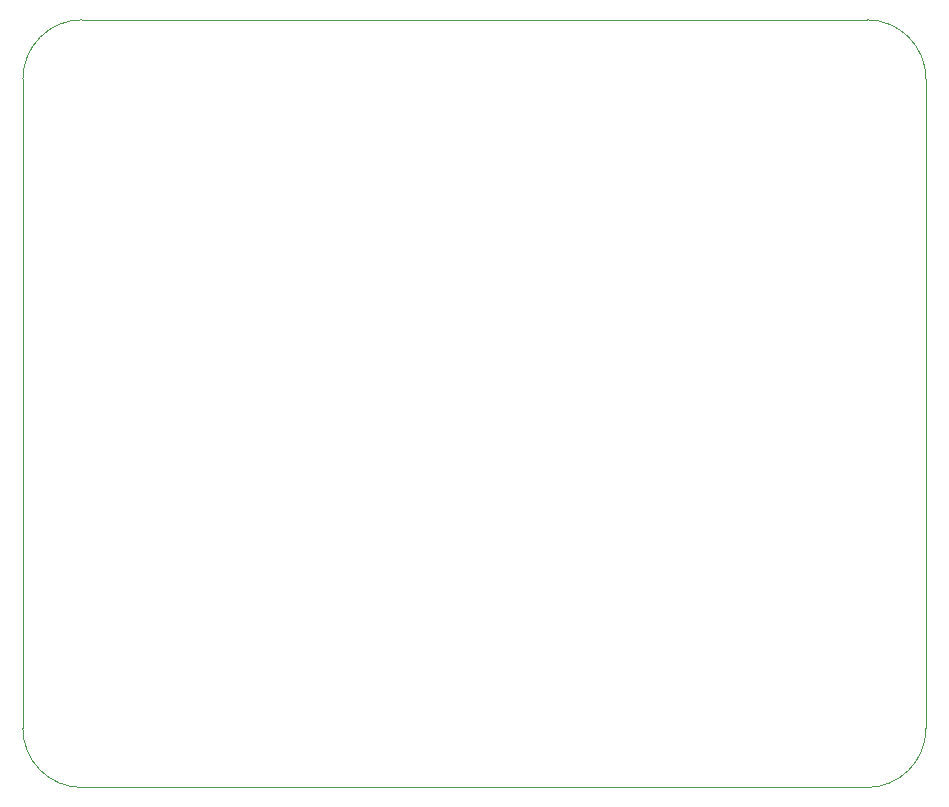
<source format=gm1>
G04 #@! TF.GenerationSoftware,KiCad,Pcbnew,8.0.8*
G04 #@! TF.CreationDate,2025-02-11T18:02:45+01:00*
G04 #@! TF.ProjectId,PCB,5043422e-6b69-4636-9164-5f7063625858,rev?*
G04 #@! TF.SameCoordinates,Original*
G04 #@! TF.FileFunction,Profile,NP*
%FSLAX46Y46*%
G04 Gerber Fmt 4.6, Leading zero omitted, Abs format (unit mm)*
G04 Created by KiCad (PCBNEW 8.0.8) date 2025-02-11 18:02:45*
%MOMM*%
%LPD*%
G01*
G04 APERTURE LIST*
G04 #@! TA.AperFunction,Profile*
%ADD10C,0.050000*%
G04 #@! TD*
G04 APERTURE END LIST*
D10*
X179962000Y-116040000D02*
G75*
G02*
X174962000Y-121040000I-5000000J0D01*
G01*
X179962000Y-61040000D02*
X179962000Y-116040000D01*
X108502000Y-121040000D02*
G75*
G02*
X103502000Y-116040000I0J5000000D01*
G01*
X108502000Y-56040000D02*
X174962000Y-56040000D01*
X103502000Y-61040000D02*
X103502000Y-116040000D01*
X108502000Y-121040000D02*
X174962000Y-121040000D01*
X103502000Y-61040000D02*
G75*
G02*
X108502000Y-56040000I5000000J0D01*
G01*
X174962000Y-56040000D02*
G75*
G02*
X179962000Y-61040000I0J-5000000D01*
G01*
M02*

</source>
